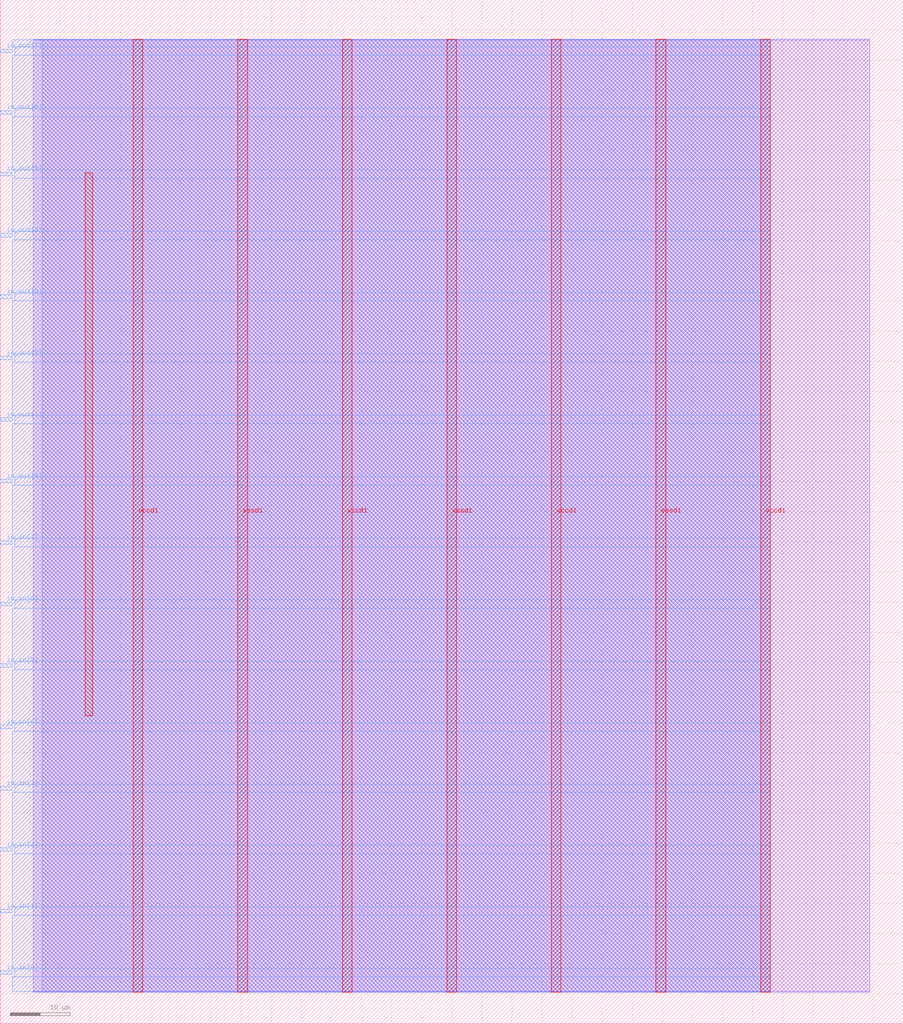
<source format=lef>
VERSION 5.7 ;
  NOWIREEXTENSIONATPIN ON ;
  DIVIDERCHAR "/" ;
  BUSBITCHARS "[]" ;
MACRO seven_segment_seconds
  CLASS BLOCK ;
  FOREIGN seven_segment_seconds ;
  ORIGIN 0.000 0.000 ;
  SIZE 150.000 BY 170.000 ;
  PIN io_in[0]
    DIRECTION INPUT ;
    USE SIGNAL ;
    PORT
      LAYER met3 ;
        RECT 0.000 8.200 2.000 8.800 ;
    END
  END io_in[0]
  PIN io_in[1]
    DIRECTION INPUT ;
    USE SIGNAL ;
    PORT
      LAYER met3 ;
        RECT 0.000 18.400 2.000 19.000 ;
    END
  END io_in[1]
  PIN io_in[2]
    DIRECTION INPUT ;
    USE SIGNAL ;
    PORT
      LAYER met3 ;
        RECT 0.000 28.600 2.000 29.200 ;
    END
  END io_in[2]
  PIN io_in[3]
    DIRECTION INPUT ;
    USE SIGNAL ;
    PORT
      LAYER met3 ;
        RECT 0.000 38.800 2.000 39.400 ;
    END
  END io_in[3]
  PIN io_in[4]
    DIRECTION INPUT ;
    USE SIGNAL ;
    PORT
      LAYER met3 ;
        RECT 0.000 49.000 2.000 49.600 ;
    END
  END io_in[4]
  PIN io_in[5]
    DIRECTION INPUT ;
    USE SIGNAL ;
    PORT
      LAYER met3 ;
        RECT 0.000 59.200 2.000 59.800 ;
    END
  END io_in[5]
  PIN io_in[6]
    DIRECTION INPUT ;
    USE SIGNAL ;
    PORT
      LAYER met3 ;
        RECT 0.000 69.400 2.000 70.000 ;
    END
  END io_in[6]
  PIN io_in[7]
    DIRECTION INPUT ;
    USE SIGNAL ;
    PORT
      LAYER met3 ;
        RECT 0.000 79.600 2.000 80.200 ;
    END
  END io_in[7]
  PIN io_out[0]
    DIRECTION OUTPUT TRISTATE ;
    USE SIGNAL ;
    PORT
      LAYER met3 ;
        RECT 0.000 89.800 2.000 90.400 ;
    END
  END io_out[0]
  PIN io_out[1]
    DIRECTION OUTPUT TRISTATE ;
    USE SIGNAL ;
    PORT
      LAYER met3 ;
        RECT 0.000 100.000 2.000 100.600 ;
    END
  END io_out[1]
  PIN io_out[2]
    DIRECTION OUTPUT TRISTATE ;
    USE SIGNAL ;
    PORT
      LAYER met3 ;
        RECT 0.000 110.200 2.000 110.800 ;
    END
  END io_out[2]
  PIN io_out[3]
    DIRECTION OUTPUT TRISTATE ;
    USE SIGNAL ;
    PORT
      LAYER met3 ;
        RECT 0.000 120.400 2.000 121.000 ;
    END
  END io_out[3]
  PIN io_out[4]
    DIRECTION OUTPUT TRISTATE ;
    USE SIGNAL ;
    PORT
      LAYER met3 ;
        RECT 0.000 130.600 2.000 131.200 ;
    END
  END io_out[4]
  PIN io_out[5]
    DIRECTION OUTPUT TRISTATE ;
    USE SIGNAL ;
    PORT
      LAYER met3 ;
        RECT 0.000 140.800 2.000 141.400 ;
    END
  END io_out[5]
  PIN io_out[6]
    DIRECTION OUTPUT TRISTATE ;
    USE SIGNAL ;
    PORT
      LAYER met3 ;
        RECT 0.000 151.000 2.000 151.600 ;
    END
  END io_out[6]
  PIN io_out[7]
    DIRECTION OUTPUT TRISTATE ;
    USE SIGNAL ;
    PORT
      LAYER met3 ;
        RECT 0.000 161.200 2.000 161.800 ;
    END
  END io_out[7]
  PIN vccd1
    DIRECTION INOUT ;
    USE POWER ;
    PORT
      LAYER met4 ;
        RECT 22.090 5.200 23.690 163.440 ;
    END
    PORT
      LAYER met4 ;
        RECT 56.830 5.200 58.430 163.440 ;
    END
    PORT
      LAYER met4 ;
        RECT 91.570 5.200 93.170 163.440 ;
    END
    PORT
      LAYER met4 ;
        RECT 126.310 5.200 127.910 163.440 ;
    END
  END vccd1
  PIN vssd1
    DIRECTION INOUT ;
    USE GROUND ;
    PORT
      LAYER met4 ;
        RECT 39.460 5.200 41.060 163.440 ;
    END
    PORT
      LAYER met4 ;
        RECT 74.200 5.200 75.800 163.440 ;
    END
    PORT
      LAYER met4 ;
        RECT 108.940 5.200 110.540 163.440 ;
    END
  END vssd1
  OBS
      LAYER li1 ;
        RECT 5.520 5.355 144.440 163.285 ;
      LAYER met1 ;
        RECT 5.520 5.200 144.440 163.440 ;
      LAYER met2 ;
        RECT 6.990 5.255 127.880 163.385 ;
      LAYER met3 ;
        RECT 2.000 162.200 127.900 163.365 ;
        RECT 2.400 160.800 127.900 162.200 ;
        RECT 2.000 152.000 127.900 160.800 ;
        RECT 2.400 150.600 127.900 152.000 ;
        RECT 2.000 141.800 127.900 150.600 ;
        RECT 2.400 140.400 127.900 141.800 ;
        RECT 2.000 131.600 127.900 140.400 ;
        RECT 2.400 130.200 127.900 131.600 ;
        RECT 2.000 121.400 127.900 130.200 ;
        RECT 2.400 120.000 127.900 121.400 ;
        RECT 2.000 111.200 127.900 120.000 ;
        RECT 2.400 109.800 127.900 111.200 ;
        RECT 2.000 101.000 127.900 109.800 ;
        RECT 2.400 99.600 127.900 101.000 ;
        RECT 2.000 90.800 127.900 99.600 ;
        RECT 2.400 89.400 127.900 90.800 ;
        RECT 2.000 80.600 127.900 89.400 ;
        RECT 2.400 79.200 127.900 80.600 ;
        RECT 2.000 70.400 127.900 79.200 ;
        RECT 2.400 69.000 127.900 70.400 ;
        RECT 2.000 60.200 127.900 69.000 ;
        RECT 2.400 58.800 127.900 60.200 ;
        RECT 2.000 50.000 127.900 58.800 ;
        RECT 2.400 48.600 127.900 50.000 ;
        RECT 2.000 39.800 127.900 48.600 ;
        RECT 2.400 38.400 127.900 39.800 ;
        RECT 2.000 29.600 127.900 38.400 ;
        RECT 2.400 28.200 127.900 29.600 ;
        RECT 2.000 19.400 127.900 28.200 ;
        RECT 2.400 18.000 127.900 19.400 ;
        RECT 2.000 9.200 127.900 18.000 ;
        RECT 2.400 7.800 127.900 9.200 ;
        RECT 2.000 5.275 127.900 7.800 ;
      LAYER met4 ;
        RECT 14.095 51.175 15.345 141.265 ;
  END
END seven_segment_seconds
END LIBRARY


</source>
